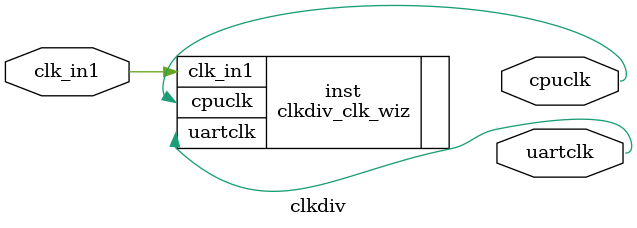
<source format=v>


`timescale 1ps/1ps

(* CORE_GENERATION_INFO = "clkdiv,clk_wiz_v5_4_3_0,{component_name=clkdiv,use_phase_alignment=true,use_min_o_jitter=false,use_max_i_jitter=false,use_dyn_phase_shift=false,use_inclk_switchover=false,use_dyn_reconfig=false,enable_axi=0,feedback_source=FDBK_AUTO,PRIMITIVE=MMCM,num_out_clk=2,clkin1_period=10.000,clkin2_period=10.000,use_power_down=false,use_reset=false,use_locked=false,use_inclk_stopped=false,feedback_type=SINGLE,CLOCK_MGR_TYPE=NA,manual_override=false}" *)

module clkdiv 
 (
  // Clock out ports
  output        cpuclk,
  output        uartclk,
 // Clock in ports
  input         clk_in1
 );

  clkdiv_clk_wiz inst
  (
  // Clock out ports  
  .cpuclk(cpuclk),
  .uartclk(uartclk),
 // Clock in ports
  .clk_in1(clk_in1)
  );

endmodule

</source>
